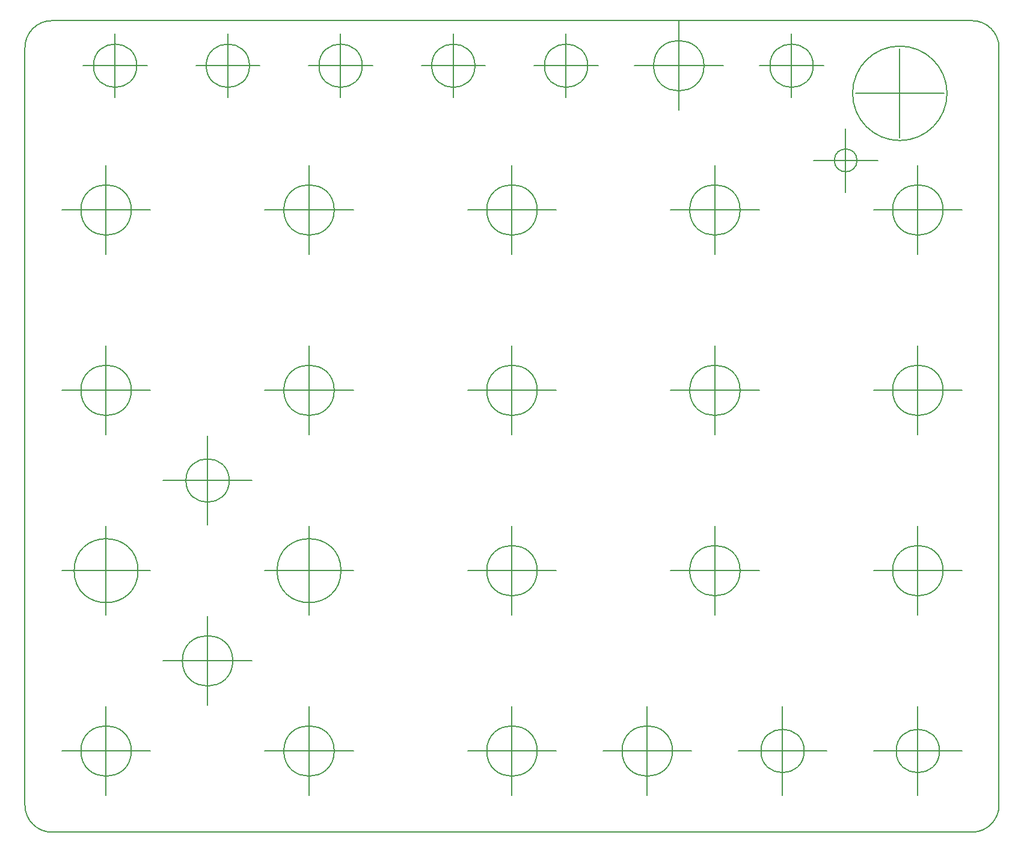
<source format=gbr>
G04 #@! TF.GenerationSoftware,KiCad,Pcbnew,6.0.7-f9a2dced07~116~ubuntu22.04.1*
G04 #@! TF.CreationDate,2022-08-17T20:44:24-04:00*
G04 #@! TF.ProjectId,micro_pico_drill_guide,6d696372-6f5f-4706-9963-6f5f6472696c,0*
G04 #@! TF.SameCoordinates,Original*
G04 #@! TF.FileFunction,OtherDrawing,Comment*
%FSLAX46Y46*%
G04 Gerber Fmt 4.6, Leading zero omitted, Abs format (unit mm)*
G04 Created by KiCad (PCBNEW 6.0.7-f9a2dced07~116~ubuntu22.04.1) date 2022-08-17 20:44:24*
%MOMM*%
%LPD*%
G01*
G04 APERTURE LIST*
%ADD10C,0.150000*%
G04 APERTURE END LIST*
D10*
X192460000Y-48895000D02*
X183460000Y-48895000D01*
X187960000Y-53395000D02*
X187960000Y-44395000D01*
X168015000Y-35560000D02*
G75*
G03*
X168015000Y-35560000I-3550000J0D01*
G01*
X189330000Y-39446200D02*
X201830000Y-39446200D01*
X195580000Y-45696200D02*
X195580000Y-33196200D01*
X158215000Y-35560000D02*
X170715000Y-35560000D01*
X164465000Y-41810000D02*
X164465000Y-29310000D01*
X77570000Y-106680000D02*
X90070000Y-106680000D01*
X83820000Y-112930000D02*
X83820000Y-100430000D01*
X115945000Y-132080000D02*
G75*
G03*
X115945000Y-132080000I-3550000J0D01*
G01*
X112395000Y-138330000D02*
X112395000Y-125830000D01*
X106145000Y-132080000D02*
X118645000Y-132080000D01*
X112395000Y-112930000D02*
X112395000Y-100430000D01*
X106145000Y-106680000D02*
X118645000Y-106680000D01*
X198120000Y-138330000D02*
X198120000Y-125830000D01*
X191870000Y-132080000D02*
X204370000Y-132080000D01*
X179070000Y-138330000D02*
X179070000Y-125830000D01*
X172820000Y-132080000D02*
X185320000Y-132080000D01*
X98107500Y-125630000D02*
X98107500Y-113130000D01*
X91857500Y-119380000D02*
X104357500Y-119380000D01*
X98107500Y-100230000D02*
X98107500Y-87730000D01*
X91857500Y-93980000D02*
X104357500Y-93980000D01*
X180340000Y-40060000D02*
X180340000Y-31060000D01*
X183390000Y-35560000D02*
G75*
G03*
X183390000Y-35560000I-3050000J0D01*
G01*
X184840000Y-35560000D02*
X175840000Y-35560000D01*
X148590000Y-40060000D02*
X148590000Y-31060000D01*
X151640000Y-35560000D02*
G75*
G03*
X151640000Y-35560000I-3050000J0D01*
G01*
X153090000Y-35560000D02*
X144090000Y-35560000D01*
X132715000Y-40060000D02*
X132715000Y-31060000D01*
X135765000Y-35560000D02*
G75*
G03*
X135765000Y-35560000I-3050000J0D01*
G01*
X137215000Y-35560000D02*
X128215000Y-35560000D01*
X116840000Y-40060000D02*
X116840000Y-31060000D01*
X119890000Y-35560000D02*
G75*
G03*
X119890000Y-35560000I-3050000J0D01*
G01*
X121340000Y-35560000D02*
X112340000Y-35560000D01*
X100965000Y-40060000D02*
X100965000Y-31060000D01*
X104015000Y-35560000D02*
G75*
G03*
X104015000Y-35560000I-3050000J0D01*
G01*
X105465000Y-35560000D02*
X96465000Y-35560000D01*
X83820000Y-138330000D02*
X83820000Y-125830000D01*
X77570000Y-132080000D02*
X90070000Y-132080000D01*
X87370000Y-132080000D02*
G75*
G03*
X87370000Y-132080000I-3550000J0D01*
G01*
X83820000Y-87530000D02*
X83820000Y-75030000D01*
X77570000Y-81280000D02*
X90070000Y-81280000D01*
X87370000Y-81280000D02*
G75*
G03*
X87370000Y-81280000I-3550000J0D01*
G01*
X112395000Y-87530000D02*
X112395000Y-75030000D01*
X106145000Y-81280000D02*
X118645000Y-81280000D01*
X115945000Y-81280000D02*
G75*
G03*
X115945000Y-81280000I-3550000J0D01*
G01*
X140970000Y-87530000D02*
X140970000Y-75030000D01*
X134720000Y-81280000D02*
X147220000Y-81280000D01*
X144520000Y-81280000D02*
G75*
G03*
X144520000Y-81280000I-3550000J0D01*
G01*
X140970000Y-112930000D02*
X140970000Y-100430000D01*
X134720000Y-106680000D02*
X147220000Y-106680000D01*
X144520000Y-106680000D02*
G75*
G03*
X144520000Y-106680000I-3550000J0D01*
G01*
X140970000Y-138330000D02*
X140970000Y-125830000D01*
X134720000Y-132080000D02*
X147220000Y-132080000D01*
X144520000Y-132080000D02*
G75*
G03*
X144520000Y-132080000I-3550000J0D01*
G01*
X160020000Y-138330000D02*
X160020000Y-125830000D01*
X153770000Y-132080000D02*
X166270000Y-132080000D01*
X163570000Y-132080000D02*
G75*
G03*
X163570000Y-132080000I-3550000J0D01*
G01*
X169545000Y-112930000D02*
X169545000Y-100430000D01*
X163295000Y-106680000D02*
X175795000Y-106680000D01*
X173095000Y-106680000D02*
G75*
G03*
X173095000Y-106680000I-3550000J0D01*
G01*
X169545000Y-87530000D02*
X169545000Y-75030000D01*
X163295000Y-81280000D02*
X175795000Y-81280000D01*
X173095000Y-81280000D02*
G75*
G03*
X173095000Y-81280000I-3550000J0D01*
G01*
X198120000Y-112930000D02*
X198120000Y-100430000D01*
X191870000Y-106680000D02*
X204370000Y-106680000D01*
X201670000Y-106680000D02*
G75*
G03*
X201670000Y-106680000I-3550000J0D01*
G01*
X198120000Y-87530000D02*
X198120000Y-75030000D01*
X191870000Y-81280000D02*
X204370000Y-81280000D01*
X201670000Y-81280000D02*
G75*
G03*
X201670000Y-81280000I-3550000J0D01*
G01*
X198120000Y-62130000D02*
X198120000Y-49630000D01*
X191870000Y-55880000D02*
X204370000Y-55880000D01*
X201670000Y-55880000D02*
G75*
G03*
X201670000Y-55880000I-3550000J0D01*
G01*
X169545000Y-62130000D02*
X169545000Y-49630000D01*
X163295000Y-55880000D02*
X175795000Y-55880000D01*
X173095000Y-55880000D02*
G75*
G03*
X173095000Y-55880000I-3550000J0D01*
G01*
X140970000Y-62130000D02*
X140970000Y-49630000D01*
X134720000Y-55880000D02*
X147220000Y-55880000D01*
X144520000Y-55880000D02*
G75*
G03*
X144520000Y-55880000I-3550000J0D01*
G01*
X112395000Y-62130000D02*
X112395000Y-49630000D01*
X106145000Y-55880000D02*
X118645000Y-55880000D01*
X115945000Y-55880000D02*
G75*
G03*
X115945000Y-55880000I-3550000J0D01*
G01*
X89590000Y-35560000D02*
X80590000Y-35560000D01*
X85090000Y-40060000D02*
X85090000Y-31060000D01*
X83820000Y-62130000D02*
X83820000Y-49630000D01*
X77570000Y-55880000D02*
X90070000Y-55880000D01*
X202230000Y-39446200D02*
G75*
G03*
X202230000Y-39446200I-6650000J0D01*
G01*
X101157500Y-93980000D02*
G75*
G03*
X101157500Y-93980000I-3050000J0D01*
G01*
X72390000Y-139700000D02*
G75*
G03*
X76200000Y-143510000I3810000J0D01*
G01*
X209550000Y-33020000D02*
G75*
G03*
X205740000Y-29210000I-3810000J0D01*
G01*
X76200000Y-29210000D02*
G75*
G03*
X72390000Y-33020000I0J-3810000D01*
G01*
X102870001Y-143510001D02*
X179070001Y-143510001D01*
X201170000Y-132080000D02*
G75*
G03*
X201170000Y-132080000I-3050000J0D01*
G01*
X76200000Y-143510000D02*
X102870001Y-143510001D01*
X182120000Y-132080000D02*
G75*
G03*
X182120000Y-132080000I-3050000J0D01*
G01*
X116895000Y-106680000D02*
G75*
G03*
X116895000Y-106680000I-4500000J0D01*
G01*
X72390000Y-139700000D02*
X72390000Y-33020000D01*
X209550000Y-33020000D02*
X209550000Y-139700000D01*
X88320000Y-106680000D02*
G75*
G03*
X88320000Y-106680000I-4500000J0D01*
G01*
X88140000Y-35560000D02*
G75*
G03*
X88140000Y-35560000I-3050000J0D01*
G01*
X87370000Y-55880000D02*
G75*
G03*
X87370000Y-55880000I-3550000J0D01*
G01*
X205740000Y-143510000D02*
X179070001Y-143510001D01*
X76200000Y-29210000D02*
X205740000Y-29210000D01*
X205740000Y-143510000D02*
G75*
G03*
X209550000Y-139700000I0J3810000D01*
G01*
X189560000Y-48895000D02*
G75*
G03*
X189560000Y-48895000I-1600000J0D01*
G01*
X101657500Y-119380000D02*
G75*
G03*
X101657500Y-119380000I-3550000J0D01*
G01*
M02*

</source>
